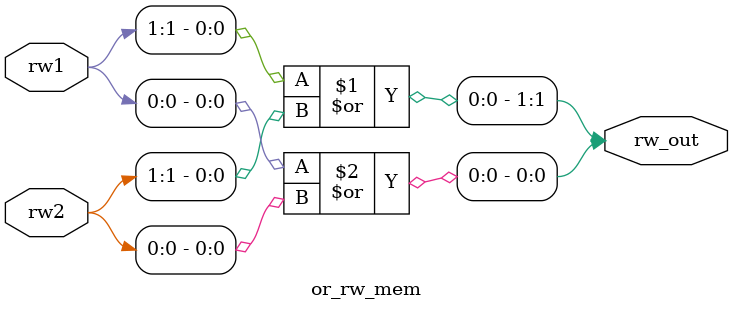
<source format=v>
module or_rw_mem (input[1:0] rw1,rw2,
						output[1:0]rw_out);
			
or(rw_out[1],rw1[1],rw2[1]);
or(rw_out[0],rw1[0],rw2[0]);			
						
endmodule 
</source>
